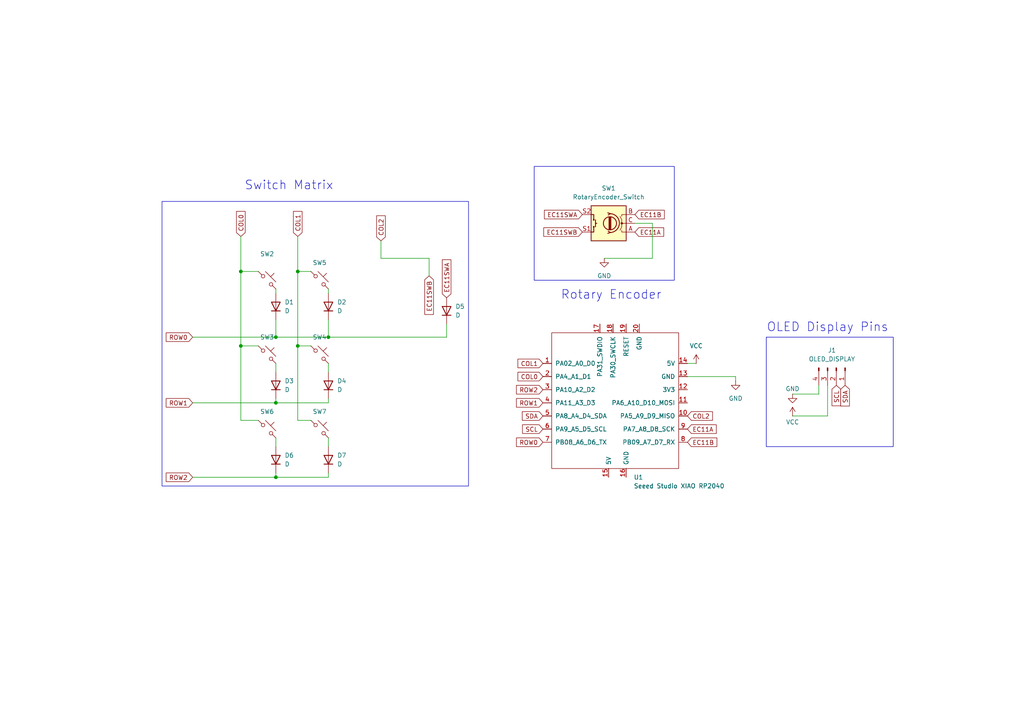
<source format=kicad_sch>
(kicad_sch
	(version 20231120)
	(generator "eeschema")
	(generator_version "8.0")
	(uuid "7995ec7a-c14b-437e-b354-3eb74052b7cb")
	(paper "A4")
	(lib_symbols
		(symbol "Connector:Conn_01x04_Pin"
			(pin_names
				(offset 1.016) hide)
			(exclude_from_sim no)
			(in_bom yes)
			(on_board yes)
			(property "Reference" "J"
				(at 0 5.08 0)
				(effects
					(font
						(size 1.27 1.27)
					)
				)
			)
			(property "Value" "Conn_01x04_Pin"
				(at 0 -7.62 0)
				(effects
					(font
						(size 1.27 1.27)
					)
				)
			)
			(property "Footprint" ""
				(at 0 0 0)
				(effects
					(font
						(size 1.27 1.27)
					)
					(hide yes)
				)
			)
			(property "Datasheet" "~"
				(at 0 0 0)
				(effects
					(font
						(size 1.27 1.27)
					)
					(hide yes)
				)
			)
			(property "Description" "Generic connector, single row, 01x04, script generated"
				(at 0 0 0)
				(effects
					(font
						(size 1.27 1.27)
					)
					(hide yes)
				)
			)
			(property "ki_locked" ""
				(at 0 0 0)
				(effects
					(font
						(size 1.27 1.27)
					)
				)
			)
			(property "ki_keywords" "connector"
				(at 0 0 0)
				(effects
					(font
						(size 1.27 1.27)
					)
					(hide yes)
				)
			)
			(property "ki_fp_filters" "Connector*:*_1x??_*"
				(at 0 0 0)
				(effects
					(font
						(size 1.27 1.27)
					)
					(hide yes)
				)
			)
			(symbol "Conn_01x04_Pin_1_1"
				(polyline
					(pts
						(xy 1.27 -5.08) (xy 0.8636 -5.08)
					)
					(stroke
						(width 0.1524)
						(type default)
					)
					(fill
						(type none)
					)
				)
				(polyline
					(pts
						(xy 1.27 -2.54) (xy 0.8636 -2.54)
					)
					(stroke
						(width 0.1524)
						(type default)
					)
					(fill
						(type none)
					)
				)
				(polyline
					(pts
						(xy 1.27 0) (xy 0.8636 0)
					)
					(stroke
						(width 0.1524)
						(type default)
					)
					(fill
						(type none)
					)
				)
				(polyline
					(pts
						(xy 1.27 2.54) (xy 0.8636 2.54)
					)
					(stroke
						(width 0.1524)
						(type default)
					)
					(fill
						(type none)
					)
				)
				(rectangle
					(start 0.8636 -4.953)
					(end 0 -5.207)
					(stroke
						(width 0.1524)
						(type default)
					)
					(fill
						(type outline)
					)
				)
				(rectangle
					(start 0.8636 -2.413)
					(end 0 -2.667)
					(stroke
						(width 0.1524)
						(type default)
					)
					(fill
						(type outline)
					)
				)
				(rectangle
					(start 0.8636 0.127)
					(end 0 -0.127)
					(stroke
						(width 0.1524)
						(type default)
					)
					(fill
						(type outline)
					)
				)
				(rectangle
					(start 0.8636 2.667)
					(end 0 2.413)
					(stroke
						(width 0.1524)
						(type default)
					)
					(fill
						(type outline)
					)
				)
				(pin passive line
					(at 5.08 2.54 180)
					(length 3.81)
					(name "Pin_1"
						(effects
							(font
								(size 1.27 1.27)
							)
						)
					)
					(number "1"
						(effects
							(font
								(size 1.27 1.27)
							)
						)
					)
				)
				(pin passive line
					(at 5.08 0 180)
					(length 3.81)
					(name "Pin_2"
						(effects
							(font
								(size 1.27 1.27)
							)
						)
					)
					(number "2"
						(effects
							(font
								(size 1.27 1.27)
							)
						)
					)
				)
				(pin passive line
					(at 5.08 -2.54 180)
					(length 3.81)
					(name "Pin_3"
						(effects
							(font
								(size 1.27 1.27)
							)
						)
					)
					(number "3"
						(effects
							(font
								(size 1.27 1.27)
							)
						)
					)
				)
				(pin passive line
					(at 5.08 -5.08 180)
					(length 3.81)
					(name "Pin_4"
						(effects
							(font
								(size 1.27 1.27)
							)
						)
					)
					(number "4"
						(effects
							(font
								(size 1.27 1.27)
							)
						)
					)
				)
			)
		)
		(symbol "Device:D"
			(pin_numbers hide)
			(pin_names
				(offset 1.016) hide)
			(exclude_from_sim no)
			(in_bom yes)
			(on_board yes)
			(property "Reference" "D"
				(at 0 2.54 0)
				(effects
					(font
						(size 1.27 1.27)
					)
				)
			)
			(property "Value" "D"
				(at 0 -2.54 0)
				(effects
					(font
						(size 1.27 1.27)
					)
				)
			)
			(property "Footprint" ""
				(at 0 0 0)
				(effects
					(font
						(size 1.27 1.27)
					)
					(hide yes)
				)
			)
			(property "Datasheet" "~"
				(at 0 0 0)
				(effects
					(font
						(size 1.27 1.27)
					)
					(hide yes)
				)
			)
			(property "Description" "Diode"
				(at 0 0 0)
				(effects
					(font
						(size 1.27 1.27)
					)
					(hide yes)
				)
			)
			(property "Sim.Device" "D"
				(at 0 0 0)
				(effects
					(font
						(size 1.27 1.27)
					)
					(hide yes)
				)
			)
			(property "Sim.Pins" "1=K 2=A"
				(at 0 0 0)
				(effects
					(font
						(size 1.27 1.27)
					)
					(hide yes)
				)
			)
			(property "ki_keywords" "diode"
				(at 0 0 0)
				(effects
					(font
						(size 1.27 1.27)
					)
					(hide yes)
				)
			)
			(property "ki_fp_filters" "TO-???* *_Diode_* *SingleDiode* D_*"
				(at 0 0 0)
				(effects
					(font
						(size 1.27 1.27)
					)
					(hide yes)
				)
			)
			(symbol "D_0_1"
				(polyline
					(pts
						(xy -1.27 1.27) (xy -1.27 -1.27)
					)
					(stroke
						(width 0.254)
						(type default)
					)
					(fill
						(type none)
					)
				)
				(polyline
					(pts
						(xy 1.27 0) (xy -1.27 0)
					)
					(stroke
						(width 0)
						(type default)
					)
					(fill
						(type none)
					)
				)
				(polyline
					(pts
						(xy 1.27 1.27) (xy 1.27 -1.27) (xy -1.27 0) (xy 1.27 1.27)
					)
					(stroke
						(width 0.254)
						(type default)
					)
					(fill
						(type none)
					)
				)
			)
			(symbol "D_1_1"
				(pin passive line
					(at -3.81 0 0)
					(length 2.54)
					(name "K"
						(effects
							(font
								(size 1.27 1.27)
							)
						)
					)
					(number "1"
						(effects
							(font
								(size 1.27 1.27)
							)
						)
					)
				)
				(pin passive line
					(at 3.81 0 180)
					(length 2.54)
					(name "A"
						(effects
							(font
								(size 1.27 1.27)
							)
						)
					)
					(number "2"
						(effects
							(font
								(size 1.27 1.27)
							)
						)
					)
				)
			)
		)
		(symbol "Device:RotaryEncoder_Switch"
			(pin_names
				(offset 0.254) hide)
			(exclude_from_sim no)
			(in_bom yes)
			(on_board yes)
			(property "Reference" "SW"
				(at 0 6.604 0)
				(effects
					(font
						(size 1.27 1.27)
					)
				)
			)
			(property "Value" "RotaryEncoder_Switch"
				(at 0 -6.604 0)
				(effects
					(font
						(size 1.27 1.27)
					)
				)
			)
			(property "Footprint" ""
				(at -3.81 4.064 0)
				(effects
					(font
						(size 1.27 1.27)
					)
					(hide yes)
				)
			)
			(property "Datasheet" "~"
				(at 0 6.604 0)
				(effects
					(font
						(size 1.27 1.27)
					)
					(hide yes)
				)
			)
			(property "Description" "Rotary encoder, dual channel, incremental quadrate outputs, with switch"
				(at 0 0 0)
				(effects
					(font
						(size 1.27 1.27)
					)
					(hide yes)
				)
			)
			(property "ki_keywords" "rotary switch encoder switch push button"
				(at 0 0 0)
				(effects
					(font
						(size 1.27 1.27)
					)
					(hide yes)
				)
			)
			(property "ki_fp_filters" "RotaryEncoder*Switch*"
				(at 0 0 0)
				(effects
					(font
						(size 1.27 1.27)
					)
					(hide yes)
				)
			)
			(symbol "RotaryEncoder_Switch_0_1"
				(rectangle
					(start -5.08 5.08)
					(end 5.08 -5.08)
					(stroke
						(width 0.254)
						(type default)
					)
					(fill
						(type background)
					)
				)
				(circle
					(center -3.81 0)
					(radius 0.254)
					(stroke
						(width 0)
						(type default)
					)
					(fill
						(type outline)
					)
				)
				(circle
					(center -0.381 0)
					(radius 1.905)
					(stroke
						(width 0.254)
						(type default)
					)
					(fill
						(type none)
					)
				)
				(arc
					(start -0.381 2.667)
					(mid -3.0988 -0.0635)
					(end -0.381 -2.794)
					(stroke
						(width 0.254)
						(type default)
					)
					(fill
						(type none)
					)
				)
				(polyline
					(pts
						(xy -0.635 -1.778) (xy -0.635 1.778)
					)
					(stroke
						(width 0.254)
						(type default)
					)
					(fill
						(type none)
					)
				)
				(polyline
					(pts
						(xy -0.381 -1.778) (xy -0.381 1.778)
					)
					(stroke
						(width 0.254)
						(type default)
					)
					(fill
						(type none)
					)
				)
				(polyline
					(pts
						(xy -0.127 1.778) (xy -0.127 -1.778)
					)
					(stroke
						(width 0.254)
						(type default)
					)
					(fill
						(type none)
					)
				)
				(polyline
					(pts
						(xy 3.81 0) (xy 3.429 0)
					)
					(stroke
						(width 0.254)
						(type default)
					)
					(fill
						(type none)
					)
				)
				(polyline
					(pts
						(xy 3.81 1.016) (xy 3.81 -1.016)
					)
					(stroke
						(width 0.254)
						(type default)
					)
					(fill
						(type none)
					)
				)
				(polyline
					(pts
						(xy -5.08 -2.54) (xy -3.81 -2.54) (xy -3.81 -2.032)
					)
					(stroke
						(width 0)
						(type default)
					)
					(fill
						(type none)
					)
				)
				(polyline
					(pts
						(xy -5.08 2.54) (xy -3.81 2.54) (xy -3.81 2.032)
					)
					(stroke
						(width 0)
						(type default)
					)
					(fill
						(type none)
					)
				)
				(polyline
					(pts
						(xy 0.254 -3.048) (xy -0.508 -2.794) (xy 0.127 -2.413)
					)
					(stroke
						(width 0.254)
						(type default)
					)
					(fill
						(type none)
					)
				)
				(polyline
					(pts
						(xy 0.254 2.921) (xy -0.508 2.667) (xy 0.127 2.286)
					)
					(stroke
						(width 0.254)
						(type default)
					)
					(fill
						(type none)
					)
				)
				(polyline
					(pts
						(xy 5.08 -2.54) (xy 4.318 -2.54) (xy 4.318 -1.016)
					)
					(stroke
						(width 0.254)
						(type default)
					)
					(fill
						(type none)
					)
				)
				(polyline
					(pts
						(xy 5.08 2.54) (xy 4.318 2.54) (xy 4.318 1.016)
					)
					(stroke
						(width 0.254)
						(type default)
					)
					(fill
						(type none)
					)
				)
				(polyline
					(pts
						(xy -5.08 0) (xy -3.81 0) (xy -3.81 -1.016) (xy -3.302 -2.032)
					)
					(stroke
						(width 0)
						(type default)
					)
					(fill
						(type none)
					)
				)
				(polyline
					(pts
						(xy -4.318 0) (xy -3.81 0) (xy -3.81 1.016) (xy -3.302 2.032)
					)
					(stroke
						(width 0)
						(type default)
					)
					(fill
						(type none)
					)
				)
				(circle
					(center 4.318 -1.016)
					(radius 0.127)
					(stroke
						(width 0.254)
						(type default)
					)
					(fill
						(type none)
					)
				)
				(circle
					(center 4.318 1.016)
					(radius 0.127)
					(stroke
						(width 0.254)
						(type default)
					)
					(fill
						(type none)
					)
				)
			)
			(symbol "RotaryEncoder_Switch_1_1"
				(pin passive line
					(at -7.62 2.54 0)
					(length 2.54)
					(name "A"
						(effects
							(font
								(size 1.27 1.27)
							)
						)
					)
					(number "A"
						(effects
							(font
								(size 1.27 1.27)
							)
						)
					)
				)
				(pin passive line
					(at -7.62 -2.54 0)
					(length 2.54)
					(name "B"
						(effects
							(font
								(size 1.27 1.27)
							)
						)
					)
					(number "B"
						(effects
							(font
								(size 1.27 1.27)
							)
						)
					)
				)
				(pin passive line
					(at -7.62 0 0)
					(length 2.54)
					(name "C"
						(effects
							(font
								(size 1.27 1.27)
							)
						)
					)
					(number "C"
						(effects
							(font
								(size 1.27 1.27)
							)
						)
					)
				)
				(pin passive line
					(at 7.62 2.54 180)
					(length 2.54)
					(name "S1"
						(effects
							(font
								(size 1.27 1.27)
							)
						)
					)
					(number "S1"
						(effects
							(font
								(size 1.27 1.27)
							)
						)
					)
				)
				(pin passive line
					(at 7.62 -2.54 180)
					(length 2.54)
					(name "S2"
						(effects
							(font
								(size 1.27 1.27)
							)
						)
					)
					(number "S2"
						(effects
							(font
								(size 1.27 1.27)
							)
						)
					)
				)
			)
		)
		(symbol "Seeed_Studio_XIAO_Series:Seeed Studio XIAO SAMD21"
			(pin_names
				(offset 1.016)
			)
			(exclude_from_sim no)
			(in_bom yes)
			(on_board yes)
			(property "Reference" "U"
				(at -19.05 22.86 0)
				(effects
					(font
						(size 1.27 1.27)
					)
				)
			)
			(property "Value" "Seeed Studio XIAO SAMD21"
				(at -12.7 21.59 0)
				(effects
					(font
						(size 1.27 1.27)
					)
				)
			)
			(property "Footprint" ""
				(at -8.89 5.08 0)
				(effects
					(font
						(size 1.27 1.27)
					)
					(hide yes)
				)
			)
			(property "Datasheet" ""
				(at -8.89 5.08 0)
				(effects
					(font
						(size 1.27 1.27)
					)
					(hide yes)
				)
			)
			(property "Description" ""
				(at 0 0 0)
				(effects
					(font
						(size 1.27 1.27)
					)
					(hide yes)
				)
			)
			(symbol "Seeed Studio XIAO SAMD21_0_1"
				(rectangle
					(start -19.05 20.32)
					(end 17.78 -19.05)
					(stroke
						(width 0)
						(type default)
					)
					(fill
						(type none)
					)
				)
			)
			(symbol "Seeed Studio XIAO SAMD21_1_1"
				(pin unspecified line
					(at -21.59 11.43 0)
					(length 2.54)
					(name "PA02_A0_D0"
						(effects
							(font
								(size 1.27 1.27)
							)
						)
					)
					(number "1"
						(effects
							(font
								(size 1.27 1.27)
							)
						)
					)
				)
				(pin unspecified line
					(at 20.32 -3.81 180)
					(length 2.54)
					(name "PA5_A9_D9_MISO"
						(effects
							(font
								(size 1.27 1.27)
							)
						)
					)
					(number "10"
						(effects
							(font
								(size 1.27 1.27)
							)
						)
					)
				)
				(pin unspecified line
					(at 20.32 0 180)
					(length 2.54)
					(name "PA6_A10_D10_MOSI"
						(effects
							(font
								(size 1.27 1.27)
							)
						)
					)
					(number "11"
						(effects
							(font
								(size 1.27 1.27)
							)
						)
					)
				)
				(pin unspecified line
					(at 20.32 3.81 180)
					(length 2.54)
					(name "3V3"
						(effects
							(font
								(size 1.27 1.27)
							)
						)
					)
					(number "12"
						(effects
							(font
								(size 1.27 1.27)
							)
						)
					)
				)
				(pin unspecified line
					(at 20.32 7.62 180)
					(length 2.54)
					(name "GND"
						(effects
							(font
								(size 1.27 1.27)
							)
						)
					)
					(number "13"
						(effects
							(font
								(size 1.27 1.27)
							)
						)
					)
				)
				(pin unspecified line
					(at 20.32 11.43 180)
					(length 2.54)
					(name "5V"
						(effects
							(font
								(size 1.27 1.27)
							)
						)
					)
					(number "14"
						(effects
							(font
								(size 1.27 1.27)
							)
						)
					)
				)
				(pin input line
					(at -2.54 -21.59 90)
					(length 2.54)
					(name "5V"
						(effects
							(font
								(size 1.27 1.27)
							)
						)
					)
					(number "15"
						(effects
							(font
								(size 1.27 1.27)
							)
						)
					)
				)
				(pin input line
					(at 2.54 -21.59 90)
					(length 2.54)
					(name "GND"
						(effects
							(font
								(size 1.27 1.27)
							)
						)
					)
					(number "16"
						(effects
							(font
								(size 1.27 1.27)
							)
						)
					)
				)
				(pin input line
					(at -5.08 22.86 270)
					(length 2.54)
					(name "PA31_SWDIO"
						(effects
							(font
								(size 1.27 1.27)
							)
						)
					)
					(number "17"
						(effects
							(font
								(size 1.27 1.27)
							)
						)
					)
				)
				(pin input line
					(at -1.27 22.86 270)
					(length 2.54)
					(name "PA30_SWCLK"
						(effects
							(font
								(size 1.27 1.27)
							)
						)
					)
					(number "18"
						(effects
							(font
								(size 1.27 1.27)
							)
						)
					)
				)
				(pin input line
					(at 2.54 22.86 270)
					(length 2.54)
					(name "RESET"
						(effects
							(font
								(size 1.27 1.27)
							)
						)
					)
					(number "19"
						(effects
							(font
								(size 1.27 1.27)
							)
						)
					)
				)
				(pin unspecified line
					(at -21.59 7.62 0)
					(length 2.54)
					(name "PA4_A1_D1"
						(effects
							(font
								(size 1.27 1.27)
							)
						)
					)
					(number "2"
						(effects
							(font
								(size 1.27 1.27)
							)
						)
					)
				)
				(pin input line
					(at 6.35 22.86 270)
					(length 2.54)
					(name "GND"
						(effects
							(font
								(size 1.27 1.27)
							)
						)
					)
					(number "20"
						(effects
							(font
								(size 1.27 1.27)
							)
						)
					)
				)
				(pin unspecified line
					(at -21.59 3.81 0)
					(length 2.54)
					(name "PA10_A2_D2"
						(effects
							(font
								(size 1.27 1.27)
							)
						)
					)
					(number "3"
						(effects
							(font
								(size 1.27 1.27)
							)
						)
					)
				)
				(pin unspecified line
					(at -21.59 0 0)
					(length 2.54)
					(name "PA11_A3_D3"
						(effects
							(font
								(size 1.27 1.27)
							)
						)
					)
					(number "4"
						(effects
							(font
								(size 1.27 1.27)
							)
						)
					)
				)
				(pin unspecified line
					(at -21.59 -3.81 0)
					(length 2.54)
					(name "PA8_A4_D4_SDA"
						(effects
							(font
								(size 1.27 1.27)
							)
						)
					)
					(number "5"
						(effects
							(font
								(size 1.27 1.27)
							)
						)
					)
				)
				(pin unspecified line
					(at -21.59 -7.62 0)
					(length 2.54)
					(name "PA9_A5_D5_SCL"
						(effects
							(font
								(size 1.27 1.27)
							)
						)
					)
					(number "6"
						(effects
							(font
								(size 1.27 1.27)
							)
						)
					)
				)
				(pin unspecified line
					(at -21.59 -11.43 0)
					(length 2.54)
					(name "PB08_A6_D6_TX"
						(effects
							(font
								(size 1.27 1.27)
							)
						)
					)
					(number "7"
						(effects
							(font
								(size 1.27 1.27)
							)
						)
					)
				)
				(pin unspecified line
					(at 20.32 -11.43 180)
					(length 2.54)
					(name "PB09_A7_D7_RX"
						(effects
							(font
								(size 1.27 1.27)
							)
						)
					)
					(number "8"
						(effects
							(font
								(size 1.27 1.27)
							)
						)
					)
				)
				(pin unspecified line
					(at 20.32 -7.62 180)
					(length 2.54)
					(name "PA7_A8_D8_SCK"
						(effects
							(font
								(size 1.27 1.27)
							)
						)
					)
					(number "9"
						(effects
							(font
								(size 1.27 1.27)
							)
						)
					)
				)
			)
		)
		(symbol "Switch:SW_Push_45deg"
			(pin_numbers hide)
			(pin_names
				(offset 1.016) hide)
			(exclude_from_sim no)
			(in_bom yes)
			(on_board yes)
			(property "Reference" "SW"
				(at 3.048 1.016 0)
				(effects
					(font
						(size 1.27 1.27)
					)
					(justify left)
				)
			)
			(property "Value" "SW_Push_45deg"
				(at 0 -3.81 0)
				(effects
					(font
						(size 1.27 1.27)
					)
				)
			)
			(property "Footprint" ""
				(at 0 0 0)
				(effects
					(font
						(size 1.27 1.27)
					)
					(hide yes)
				)
			)
			(property "Datasheet" "~"
				(at 0 0 0)
				(effects
					(font
						(size 1.27 1.27)
					)
					(hide yes)
				)
			)
			(property "Description" "Push button switch, normally open, two pins, 45° tilted"
				(at 0 0 0)
				(effects
					(font
						(size 1.27 1.27)
					)
					(hide yes)
				)
			)
			(property "ki_keywords" "switch normally-open pushbutton push-button"
				(at 0 0 0)
				(effects
					(font
						(size 1.27 1.27)
					)
					(hide yes)
				)
			)
			(symbol "SW_Push_45deg_0_1"
				(circle
					(center -1.1684 1.1684)
					(radius 0.508)
					(stroke
						(width 0)
						(type default)
					)
					(fill
						(type none)
					)
				)
				(polyline
					(pts
						(xy -0.508 2.54) (xy 2.54 -0.508)
					)
					(stroke
						(width 0)
						(type default)
					)
					(fill
						(type none)
					)
				)
				(polyline
					(pts
						(xy 1.016 1.016) (xy 2.032 2.032)
					)
					(stroke
						(width 0)
						(type default)
					)
					(fill
						(type none)
					)
				)
				(polyline
					(pts
						(xy -2.54 2.54) (xy -1.524 1.524) (xy -1.524 1.524)
					)
					(stroke
						(width 0)
						(type default)
					)
					(fill
						(type none)
					)
				)
				(polyline
					(pts
						(xy 1.524 -1.524) (xy 2.54 -2.54) (xy 2.54 -2.54) (xy 2.54 -2.54)
					)
					(stroke
						(width 0)
						(type default)
					)
					(fill
						(type none)
					)
				)
				(circle
					(center 1.143 -1.1938)
					(radius 0.508)
					(stroke
						(width 0)
						(type default)
					)
					(fill
						(type none)
					)
				)
				(pin passive line
					(at -2.54 2.54 0)
					(length 0)
					(name "1"
						(effects
							(font
								(size 1.27 1.27)
							)
						)
					)
					(number "1"
						(effects
							(font
								(size 1.27 1.27)
							)
						)
					)
				)
				(pin passive line
					(at 2.54 -2.54 180)
					(length 0)
					(name "2"
						(effects
							(font
								(size 1.27 1.27)
							)
						)
					)
					(number "2"
						(effects
							(font
								(size 1.27 1.27)
							)
						)
					)
				)
			)
		)
		(symbol "power:GND"
			(power)
			(pin_numbers hide)
			(pin_names
				(offset 0) hide)
			(exclude_from_sim no)
			(in_bom yes)
			(on_board yes)
			(property "Reference" "#PWR"
				(at 0 -6.35 0)
				(effects
					(font
						(size 1.27 1.27)
					)
					(hide yes)
				)
			)
			(property "Value" "GND"
				(at 0 -3.81 0)
				(effects
					(font
						(size 1.27 1.27)
					)
				)
			)
			(property "Footprint" ""
				(at 0 0 0)
				(effects
					(font
						(size 1.27 1.27)
					)
					(hide yes)
				)
			)
			(property "Datasheet" ""
				(at 0 0 0)
				(effects
					(font
						(size 1.27 1.27)
					)
					(hide yes)
				)
			)
			(property "Description" "Power symbol creates a global label with name \"GND\" , ground"
				(at 0 0 0)
				(effects
					(font
						(size 1.27 1.27)
					)
					(hide yes)
				)
			)
			(property "ki_keywords" "global power"
				(at 0 0 0)
				(effects
					(font
						(size 1.27 1.27)
					)
					(hide yes)
				)
			)
			(symbol "GND_0_1"
				(polyline
					(pts
						(xy 0 0) (xy 0 -1.27) (xy 1.27 -1.27) (xy 0 -2.54) (xy -1.27 -1.27) (xy 0 -1.27)
					)
					(stroke
						(width 0)
						(type default)
					)
					(fill
						(type none)
					)
				)
			)
			(symbol "GND_1_1"
				(pin power_in line
					(at 0 0 270)
					(length 0)
					(name "~"
						(effects
							(font
								(size 1.27 1.27)
							)
						)
					)
					(number "1"
						(effects
							(font
								(size 1.27 1.27)
							)
						)
					)
				)
			)
		)
		(symbol "power:VCC"
			(power)
			(pin_numbers hide)
			(pin_names
				(offset 0) hide)
			(exclude_from_sim no)
			(in_bom yes)
			(on_board yes)
			(property "Reference" "#PWR"
				(at 0 -3.81 0)
				(effects
					(font
						(size 1.27 1.27)
					)
					(hide yes)
				)
			)
			(property "Value" "VCC"
				(at 0 3.556 0)
				(effects
					(font
						(size 1.27 1.27)
					)
				)
			)
			(property "Footprint" ""
				(at 0 0 0)
				(effects
					(font
						(size 1.27 1.27)
					)
					(hide yes)
				)
			)
			(property "Datasheet" ""
				(at 0 0 0)
				(effects
					(font
						(size 1.27 1.27)
					)
					(hide yes)
				)
			)
			(property "Description" "Power symbol creates a global label with name \"VCC\""
				(at 0 0 0)
				(effects
					(font
						(size 1.27 1.27)
					)
					(hide yes)
				)
			)
			(property "ki_keywords" "global power"
				(at 0 0 0)
				(effects
					(font
						(size 1.27 1.27)
					)
					(hide yes)
				)
			)
			(symbol "VCC_0_1"
				(polyline
					(pts
						(xy -0.762 1.27) (xy 0 2.54)
					)
					(stroke
						(width 0)
						(type default)
					)
					(fill
						(type none)
					)
				)
				(polyline
					(pts
						(xy 0 0) (xy 0 2.54)
					)
					(stroke
						(width 0)
						(type default)
					)
					(fill
						(type none)
					)
				)
				(polyline
					(pts
						(xy 0 2.54) (xy 0.762 1.27)
					)
					(stroke
						(width 0)
						(type default)
					)
					(fill
						(type none)
					)
				)
			)
			(symbol "VCC_1_1"
				(pin power_in line
					(at 0 0 90)
					(length 0)
					(name "~"
						(effects
							(font
								(size 1.27 1.27)
							)
						)
					)
					(number "1"
						(effects
							(font
								(size 1.27 1.27)
							)
						)
					)
				)
			)
		)
	)
	(junction
		(at 80.01 97.79)
		(diameter 0)
		(color 0 0 0 0)
		(uuid "173a690b-3210-4656-8441-546f6d4b4334")
	)
	(junction
		(at 80.01 116.84)
		(diameter 0)
		(color 0 0 0 0)
		(uuid "48947ffd-7b89-458d-aa80-3473ee69a73f")
	)
	(junction
		(at 95.25 97.79)
		(diameter 0)
		(color 0 0 0 0)
		(uuid "51c7bdfe-7d50-4902-87fc-df6e0408f0d5")
	)
	(junction
		(at 80.01 138.43)
		(diameter 0)
		(color 0 0 0 0)
		(uuid "5bd1b4f9-b811-4c7c-bd38-50994455eb47")
	)
	(junction
		(at 69.85 100.33)
		(diameter 0)
		(color 0 0 0 0)
		(uuid "5e19df4e-9a8a-481d-8480-dcd7e889bd82")
	)
	(junction
		(at 86.36 100.33)
		(diameter 0)
		(color 0 0 0 0)
		(uuid "98d80c1a-c896-407d-9f0e-ff5d18fcf20b")
	)
	(junction
		(at 86.36 78.74)
		(diameter 0)
		(color 0 0 0 0)
		(uuid "a0827974-afdb-49b6-97c7-29c53811c96c")
	)
	(junction
		(at 69.85 78.74)
		(diameter 0)
		(color 0 0 0 0)
		(uuid "a408649e-970e-4e42-b1c2-5dcebf90a513")
	)
	(wire
		(pts
			(xy 229.87 120.65) (xy 240.03 120.65)
		)
		(stroke
			(width 0)
			(type default)
		)
		(uuid "04645bbf-6cbd-4a02-a078-77983fd3ff37")
	)
	(wire
		(pts
			(xy 95.25 105.41) (xy 95.25 107.95)
		)
		(stroke
			(width 0)
			(type default)
		)
		(uuid "09a85c9d-c7d6-48a8-98c9-0e5d310babaf")
	)
	(wire
		(pts
			(xy 69.85 100.33) (xy 69.85 121.92)
		)
		(stroke
			(width 0)
			(type default)
		)
		(uuid "0e0ce0ec-e55a-4298-aef6-5b7f99719ff7")
	)
	(wire
		(pts
			(xy 86.36 121.92) (xy 90.17 121.92)
		)
		(stroke
			(width 0)
			(type default)
		)
		(uuid "0f894119-33bb-4f22-9633-69daab11a083")
	)
	(wire
		(pts
			(xy 237.49 114.3) (xy 237.49 111.76)
		)
		(stroke
			(width 0)
			(type default)
		)
		(uuid "13e25769-93f2-42c4-be90-f4ffc0e25e96")
	)
	(wire
		(pts
			(xy 80.01 97.79) (xy 95.25 97.79)
		)
		(stroke
			(width 0)
			(type default)
		)
		(uuid "190df610-28e2-4639-8e89-b8079e4f1522")
	)
	(wire
		(pts
			(xy 80.01 129.54) (xy 80.01 127)
		)
		(stroke
			(width 0)
			(type default)
		)
		(uuid "1d502337-553b-4e9e-8cd6-63fcd270a7c0")
	)
	(wire
		(pts
			(xy 69.85 78.74) (xy 69.85 100.33)
		)
		(stroke
			(width 0)
			(type default)
		)
		(uuid "2007312d-8103-4a3f-8d0c-86af3d813d08")
	)
	(wire
		(pts
			(xy 110.49 69.85) (xy 110.49 74.93)
		)
		(stroke
			(width 0)
			(type default)
		)
		(uuid "2082719a-0b2d-4139-abc2-0d8e632c3d09")
	)
	(wire
		(pts
			(xy 80.01 116.84) (xy 95.25 116.84)
		)
		(stroke
			(width 0)
			(type default)
		)
		(uuid "281dbfff-ace6-4a96-acb3-5458ded7df53")
	)
	(wire
		(pts
			(xy 80.01 138.43) (xy 95.25 138.43)
		)
		(stroke
			(width 0)
			(type default)
		)
		(uuid "2849091d-f07d-47c2-9979-40616e1a731e")
	)
	(wire
		(pts
			(xy 80.01 115.57) (xy 80.01 116.84)
		)
		(stroke
			(width 0)
			(type default)
		)
		(uuid "2b924d2f-9bdc-4f14-a6ed-9edee8fc1eb7")
	)
	(wire
		(pts
			(xy 229.87 114.3) (xy 237.49 114.3)
		)
		(stroke
			(width 0)
			(type default)
		)
		(uuid "3947a5e2-6d75-4174-a994-8da27e1525d6")
	)
	(wire
		(pts
			(xy 240.03 120.65) (xy 240.03 111.76)
		)
		(stroke
			(width 0)
			(type default)
		)
		(uuid "394f17be-7acf-4d28-971c-ed4c534ea352")
	)
	(wire
		(pts
			(xy 175.26 74.93) (xy 189.23 74.93)
		)
		(stroke
			(width 0)
			(type default)
		)
		(uuid "44ece4b9-795d-4ebc-93df-c8828a4449a0")
	)
	(wire
		(pts
			(xy 80.01 92.71) (xy 80.01 97.79)
		)
		(stroke
			(width 0)
			(type default)
		)
		(uuid "4dec9344-a83a-4221-a6fa-a0f3d4e45d45")
	)
	(wire
		(pts
			(xy 129.54 97.79) (xy 95.25 97.79)
		)
		(stroke
			(width 0)
			(type default)
		)
		(uuid "5846b02f-dd83-43d6-a94b-85d6265aaf70")
	)
	(wire
		(pts
			(xy 80.01 137.16) (xy 80.01 138.43)
		)
		(stroke
			(width 0)
			(type default)
		)
		(uuid "592ef894-1550-4a55-8599-f3497bb4ebbf")
	)
	(wire
		(pts
			(xy 129.54 93.98) (xy 129.54 97.79)
		)
		(stroke
			(width 0)
			(type default)
		)
		(uuid "59e6dbac-d85d-4291-b9c4-ebd1c85e1c1d")
	)
	(wire
		(pts
			(xy 80.01 85.09) (xy 80.01 83.82)
		)
		(stroke
			(width 0)
			(type default)
		)
		(uuid "699e436d-b96c-4560-8fff-2c5304bee93e")
	)
	(wire
		(pts
			(xy 69.85 121.92) (xy 74.93 121.92)
		)
		(stroke
			(width 0)
			(type default)
		)
		(uuid "69fb4f39-83b4-454b-bf77-8d141fb78193")
	)
	(wire
		(pts
			(xy 110.49 74.93) (xy 124.46 74.93)
		)
		(stroke
			(width 0)
			(type default)
		)
		(uuid "7723d57f-7e3a-48e1-9b56-bd6ecf14172c")
	)
	(wire
		(pts
			(xy 86.36 78.74) (xy 90.17 78.74)
		)
		(stroke
			(width 0)
			(type default)
		)
		(uuid "83342417-303d-4182-bbad-6e37aebdbae2")
	)
	(wire
		(pts
			(xy 86.36 78.74) (xy 86.36 68.58)
		)
		(stroke
			(width 0)
			(type default)
		)
		(uuid "8797094d-0e19-4df9-b8f8-28dcf4a94acf")
	)
	(wire
		(pts
			(xy 86.36 100.33) (xy 90.17 100.33)
		)
		(stroke
			(width 0)
			(type default)
		)
		(uuid "88bfb973-b771-4238-a050-093f29ffba4b")
	)
	(wire
		(pts
			(xy 86.36 78.74) (xy 86.36 100.33)
		)
		(stroke
			(width 0)
			(type default)
		)
		(uuid "8a484478-efcc-4efe-8da4-1ea751d1066b")
	)
	(wire
		(pts
			(xy 199.39 105.41) (xy 201.93 105.41)
		)
		(stroke
			(width 0)
			(type default)
		)
		(uuid "af6065b3-a5f4-4b5c-a4c3-f28ef2c38ab3")
	)
	(wire
		(pts
			(xy 55.88 116.84) (xy 80.01 116.84)
		)
		(stroke
			(width 0)
			(type default)
		)
		(uuid "b56514fb-8a3b-4174-816e-207f34f9894b")
	)
	(wire
		(pts
			(xy 189.23 64.77) (xy 189.23 74.93)
		)
		(stroke
			(width 0)
			(type default)
		)
		(uuid "b9c4ea15-2bed-4ed5-98b6-333c2aa5da4c")
	)
	(wire
		(pts
			(xy 95.25 116.84) (xy 95.25 115.57)
		)
		(stroke
			(width 0)
			(type default)
		)
		(uuid "c3fe4e43-9665-4549-b25c-572108d0fb23")
	)
	(wire
		(pts
			(xy 69.85 68.58) (xy 69.85 78.74)
		)
		(stroke
			(width 0)
			(type default)
		)
		(uuid "c6ace9b0-6c93-4563-bd96-3a8eaaad3bba")
	)
	(wire
		(pts
			(xy 86.36 100.33) (xy 86.36 121.92)
		)
		(stroke
			(width 0)
			(type default)
		)
		(uuid "c81b7472-df0e-4769-aff0-b2a66a23104a")
	)
	(wire
		(pts
			(xy 55.88 97.79) (xy 80.01 97.79)
		)
		(stroke
			(width 0)
			(type default)
		)
		(uuid "ce034b89-f30d-4ea0-ab56-1ab65ddd23bd")
	)
	(wire
		(pts
			(xy 95.25 92.71) (xy 95.25 97.79)
		)
		(stroke
			(width 0)
			(type default)
		)
		(uuid "d87832f6-f1c5-4653-8e03-c10d6573673e")
	)
	(wire
		(pts
			(xy 69.85 100.33) (xy 74.93 100.33)
		)
		(stroke
			(width 0)
			(type default)
		)
		(uuid "d9cb31e4-8b34-47e1-ab13-8c7eabb6b089")
	)
	(wire
		(pts
			(xy 124.46 74.93) (xy 124.46 80.01)
		)
		(stroke
			(width 0)
			(type default)
		)
		(uuid "da4989b8-2326-451c-b59a-7ac9d5de82bd")
	)
	(wire
		(pts
			(xy 95.25 138.43) (xy 95.25 137.16)
		)
		(stroke
			(width 0)
			(type default)
		)
		(uuid "da62a14e-d4f9-48b5-9f24-548cb27db11d")
	)
	(wire
		(pts
			(xy 189.23 64.77) (xy 184.15 64.77)
		)
		(stroke
			(width 0)
			(type default)
		)
		(uuid "dca4f4de-6d77-4937-b1fa-0cd21b094716")
	)
	(wire
		(pts
			(xy 95.25 127) (xy 95.25 129.54)
		)
		(stroke
			(width 0)
			(type default)
		)
		(uuid "dd79652a-74fd-4d07-99bf-d9e2b1c86a86")
	)
	(wire
		(pts
			(xy 213.36 110.49) (xy 213.36 109.22)
		)
		(stroke
			(width 0)
			(type default)
		)
		(uuid "df01fcef-5303-418c-9bba-6b7dcf36ab16")
	)
	(wire
		(pts
			(xy 55.88 138.43) (xy 80.01 138.43)
		)
		(stroke
			(width 0)
			(type default)
		)
		(uuid "e31f7834-20e5-444a-b913-2088b6d2905b")
	)
	(wire
		(pts
			(xy 80.01 107.95) (xy 80.01 105.41)
		)
		(stroke
			(width 0)
			(type default)
		)
		(uuid "eff4b2e9-aa3f-43c7-a26f-0118885a3eff")
	)
	(wire
		(pts
			(xy 69.85 78.74) (xy 74.93 78.74)
		)
		(stroke
			(width 0)
			(type default)
		)
		(uuid "f9a2e48c-deb5-4100-96f3-2691ee7b34db")
	)
	(wire
		(pts
			(xy 213.36 109.22) (xy 199.39 109.22)
		)
		(stroke
			(width 0)
			(type default)
		)
		(uuid "fac117b7-9c99-4a80-bedf-5e7f181c0ea3")
	)
	(wire
		(pts
			(xy 95.25 83.82) (xy 95.25 85.09)
		)
		(stroke
			(width 0)
			(type default)
		)
		(uuid "fd3313ae-c2d2-4651-b5a1-b0e22385fe04")
	)
	(rectangle
		(start 222.25 97.79)
		(end 259.08 129.54)
		(stroke
			(width 0)
			(type default)
		)
		(fill
			(type none)
		)
		(uuid 1b7b92a5-9632-40d4-a44d-48c60cd8f796)
	)
	(rectangle
		(start 154.94 48.26)
		(end 195.58 81.28)
		(stroke
			(width 0)
			(type default)
		)
		(fill
			(type none)
		)
		(uuid 3feec5df-d1b6-483b-9dfd-598585deaf78)
	)
	(rectangle
		(start 46.99 58.42)
		(end 135.89 140.97)
		(stroke
			(width 0)
			(type default)
		)
		(fill
			(type none)
		)
		(uuid f4d13b44-d075-456f-9a95-803058985c92)
	)
	(text "Switch Matrix\n"
		(exclude_from_sim no)
		(at 83.82 53.848 0)
		(effects
			(font
				(size 2.54 2.54)
			)
		)
		(uuid "8010fdf0-5b4b-4ce4-baa3-0b933086f58d")
	)
	(text "Rotary Encoder"
		(exclude_from_sim no)
		(at 177.292 85.598 0)
		(effects
			(font
				(size 2.54 2.54)
			)
		)
		(uuid "952e3625-93bc-4849-b9bd-b7646f45d49d")
	)
	(text "OLED Display Pins"
		(exclude_from_sim no)
		(at 240.03 94.996 0)
		(effects
			(font
				(size 2.54 2.54)
			)
		)
		(uuid "9cfae9bd-44fe-4cbe-a15a-34b1a705fc38")
	)
	(global_label "SDA"
		(shape input)
		(at 157.48 120.65 180)
		(fields_autoplaced yes)
		(effects
			(font
				(size 1.27 1.27)
			)
			(justify right)
		)
		(uuid "037974f6-1116-4532-b875-7aacb99b3e21")
		(property "Intersheetrefs" "${INTERSHEET_REFS}"
			(at 150.9267 120.65 0)
			(effects
				(font
					(size 1.27 1.27)
				)
				(justify right)
				(hide yes)
			)
		)
	)
	(global_label "EC11SWB"
		(shape input)
		(at 168.91 67.31 180)
		(fields_autoplaced yes)
		(effects
			(font
				(size 1.27 1.27)
			)
			(justify right)
		)
		(uuid "0aef20f8-8284-4ff5-8a0e-0c77b2c87cb9")
		(property "Intersheetrefs" "${INTERSHEET_REFS}"
			(at 157.1559 67.31 0)
			(effects
				(font
					(size 1.27 1.27)
				)
				(justify right)
				(hide yes)
			)
		)
	)
	(global_label "COL1"
		(shape input)
		(at 157.48 105.41 180)
		(fields_autoplaced yes)
		(effects
			(font
				(size 1.27 1.27)
			)
			(justify right)
		)
		(uuid "50c1a330-d34d-476f-a5c1-765ccd36f86e")
		(property "Intersheetrefs" "${INTERSHEET_REFS}"
			(at 149.6567 105.41 0)
			(effects
				(font
					(size 1.27 1.27)
				)
				(justify right)
				(hide yes)
			)
		)
	)
	(global_label "EC11A"
		(shape input)
		(at 199.39 124.46 0)
		(fields_autoplaced yes)
		(effects
			(font
				(size 1.27 1.27)
			)
			(justify left)
		)
		(uuid "5ef31947-5862-413c-b4fa-c775b049dd2f")
		(property "Intersheetrefs" "${INTERSHEET_REFS}"
			(at 208.3018 124.46 0)
			(effects
				(font
					(size 1.27 1.27)
				)
				(justify left)
				(hide yes)
			)
		)
	)
	(global_label "SCL"
		(shape input)
		(at 157.48 124.46 180)
		(fields_autoplaced yes)
		(effects
			(font
				(size 1.27 1.27)
			)
			(justify right)
		)
		(uuid "60a86966-a82d-456f-bdc8-93ca2cefbc68")
		(property "Intersheetrefs" "${INTERSHEET_REFS}"
			(at 150.9872 124.46 0)
			(effects
				(font
					(size 1.27 1.27)
				)
				(justify right)
				(hide yes)
			)
		)
	)
	(global_label "ROW1"
		(shape input)
		(at 157.48 116.84 180)
		(fields_autoplaced yes)
		(effects
			(font
				(size 1.27 1.27)
			)
			(justify right)
		)
		(uuid "6594cf53-2609-48cb-82a2-7cb27ca10a56")
		(property "Intersheetrefs" "${INTERSHEET_REFS}"
			(at 149.2334 116.84 0)
			(effects
				(font
					(size 1.27 1.27)
				)
				(justify right)
				(hide yes)
			)
		)
	)
	(global_label "EC11A"
		(shape input)
		(at 184.15 67.31 0)
		(fields_autoplaced yes)
		(effects
			(font
				(size 1.27 1.27)
			)
			(justify left)
		)
		(uuid "70632cb0-5cc2-42b4-8e8f-16a261e7a44d")
		(property "Intersheetrefs" "${INTERSHEET_REFS}"
			(at 193.0618 67.31 0)
			(effects
				(font
					(size 1.27 1.27)
				)
				(justify left)
				(hide yes)
			)
		)
	)
	(global_label "EC11SWA"
		(shape input)
		(at 129.54 86.36 90)
		(fields_autoplaced yes)
		(effects
			(font
				(size 1.27 1.27)
			)
			(justify left)
		)
		(uuid "7c565649-45a6-4de4-8278-eb5f3a826056")
		(property "Intersheetrefs" "${INTERSHEET_REFS}"
			(at 129.54 74.7873 90)
			(effects
				(font
					(size 1.27 1.27)
				)
				(justify left)
				(hide yes)
			)
		)
	)
	(global_label "ROW2"
		(shape input)
		(at 157.48 113.03 180)
		(fields_autoplaced yes)
		(effects
			(font
				(size 1.27 1.27)
			)
			(justify right)
		)
		(uuid "82c20ac9-48ec-476e-926a-aed3903fb35b")
		(property "Intersheetrefs" "${INTERSHEET_REFS}"
			(at 149.2334 113.03 0)
			(effects
				(font
					(size 1.27 1.27)
				)
				(justify right)
				(hide yes)
			)
		)
	)
	(global_label "ROW1"
		(shape input)
		(at 55.88 116.84 180)
		(fields_autoplaced yes)
		(effects
			(font
				(size 1.27 1.27)
			)
			(justify right)
		)
		(uuid "8a36f6f2-e40b-48ba-b764-768d1d24f28b")
		(property "Intersheetrefs" "${INTERSHEET_REFS}"
			(at 47.6334 116.84 0)
			(effects
				(font
					(size 1.27 1.27)
				)
				(justify right)
				(hide yes)
			)
		)
	)
	(global_label "EC11SWB"
		(shape input)
		(at 124.46 80.01 270)
		(fields_autoplaced yes)
		(effects
			(font
				(size 1.27 1.27)
			)
			(justify right)
		)
		(uuid "90ae404c-0169-4cf8-9d3c-1fb08c0c0c76")
		(property "Intersheetrefs" "${INTERSHEET_REFS}"
			(at 124.46 91.7641 90)
			(effects
				(font
					(size 1.27 1.27)
				)
				(justify right)
				(hide yes)
			)
		)
	)
	(global_label "ROW0"
		(shape input)
		(at 55.88 97.79 180)
		(fields_autoplaced yes)
		(effects
			(font
				(size 1.27 1.27)
			)
			(justify right)
		)
		(uuid "91e750fc-e593-489e-9e3b-f10f554faf94")
		(property "Intersheetrefs" "${INTERSHEET_REFS}"
			(at 47.6334 97.79 0)
			(effects
				(font
					(size 1.27 1.27)
				)
				(justify right)
				(hide yes)
			)
		)
	)
	(global_label "SCL"
		(shape input)
		(at 242.57 111.76 270)
		(fields_autoplaced yes)
		(effects
			(font
				(size 1.27 1.27)
			)
			(justify right)
		)
		(uuid "946cbfe1-c02b-45ad-ad5a-c9dd09cce658")
		(property "Intersheetrefs" "${INTERSHEET_REFS}"
			(at 242.57 118.2528 90)
			(effects
				(font
					(size 1.27 1.27)
				)
				(justify right)
				(hide yes)
			)
		)
	)
	(global_label "COL1"
		(shape input)
		(at 86.36 68.58 90)
		(fields_autoplaced yes)
		(effects
			(font
				(size 1.27 1.27)
			)
			(justify left)
		)
		(uuid "a2a1323e-bf04-4c8d-aa66-909b389748ad")
		(property "Intersheetrefs" "${INTERSHEET_REFS}"
			(at 86.36 60.7567 90)
			(effects
				(font
					(size 1.27 1.27)
				)
				(justify left)
				(hide yes)
			)
		)
	)
	(global_label "COL2"
		(shape input)
		(at 110.49 69.85 90)
		(fields_autoplaced yes)
		(effects
			(font
				(size 1.27 1.27)
			)
			(justify left)
		)
		(uuid "aefd4d6a-c967-4fd9-a20f-10789af15ee4")
		(property "Intersheetrefs" "${INTERSHEET_REFS}"
			(at 110.49 62.0267 90)
			(effects
				(font
					(size 1.27 1.27)
				)
				(justify left)
				(hide yes)
			)
		)
	)
	(global_label "ROW0"
		(shape input)
		(at 157.48 128.27 180)
		(fields_autoplaced yes)
		(effects
			(font
				(size 1.27 1.27)
			)
			(justify right)
		)
		(uuid "afe46867-b421-4570-924c-41b77797245d")
		(property "Intersheetrefs" "${INTERSHEET_REFS}"
			(at 149.2334 128.27 0)
			(effects
				(font
					(size 1.27 1.27)
				)
				(justify right)
				(hide yes)
			)
		)
	)
	(global_label "ROW2"
		(shape input)
		(at 55.88 138.43 180)
		(fields_autoplaced yes)
		(effects
			(font
				(size 1.27 1.27)
			)
			(justify right)
		)
		(uuid "c0059a45-b893-4550-90f4-777b4d35875f")
		(property "Intersheetrefs" "${INTERSHEET_REFS}"
			(at 47.6334 138.43 0)
			(effects
				(font
					(size 1.27 1.27)
				)
				(justify right)
				(hide yes)
			)
		)
	)
	(global_label "EC11SWA"
		(shape input)
		(at 168.91 62.23 180)
		(fields_autoplaced yes)
		(effects
			(font
				(size 1.27 1.27)
			)
			(justify right)
		)
		(uuid "c6eaee77-7c2d-4974-a07d-0eefe563586a")
		(property "Intersheetrefs" "${INTERSHEET_REFS}"
			(at 157.3373 62.23 0)
			(effects
				(font
					(size 1.27 1.27)
				)
				(justify right)
				(hide yes)
			)
		)
	)
	(global_label "EC11B"
		(shape input)
		(at 184.15 62.23 0)
		(fields_autoplaced yes)
		(effects
			(font
				(size 1.27 1.27)
			)
			(justify left)
		)
		(uuid "cc1992e3-ed5e-4562-84ba-7e20b3628ea7")
		(property "Intersheetrefs" "${INTERSHEET_REFS}"
			(at 192.8804 62.23 0)
			(effects
				(font
					(size 1.27 1.27)
				)
				(justify left)
				(hide yes)
			)
		)
	)
	(global_label "COL0"
		(shape input)
		(at 157.48 109.22 180)
		(fields_autoplaced yes)
		(effects
			(font
				(size 1.27 1.27)
			)
			(justify right)
		)
		(uuid "d01fdcf5-2032-4b0f-b85b-5257eaa79339")
		(property "Intersheetrefs" "${INTERSHEET_REFS}"
			(at 149.6567 109.22 0)
			(effects
				(font
					(size 1.27 1.27)
				)
				(justify right)
				(hide yes)
			)
		)
	)
	(global_label "SDA"
		(shape input)
		(at 245.11 111.76 270)
		(fields_autoplaced yes)
		(effects
			(font
				(size 1.27 1.27)
			)
			(justify right)
		)
		(uuid "e33c8e51-9148-41cb-acfd-e7d7e0994a4d")
		(property "Intersheetrefs" "${INTERSHEET_REFS}"
			(at 245.11 118.3133 90)
			(effects
				(font
					(size 1.27 1.27)
				)
				(justify right)
				(hide yes)
			)
		)
	)
	(global_label "EC11B"
		(shape input)
		(at 199.39 128.27 0)
		(fields_autoplaced yes)
		(effects
			(font
				(size 1.27 1.27)
			)
			(justify left)
		)
		(uuid "eac64f60-42ba-4529-ad91-776186b40df0")
		(property "Intersheetrefs" "${INTERSHEET_REFS}"
			(at 208.1204 128.27 0)
			(effects
				(font
					(size 1.27 1.27)
				)
				(justify left)
				(hide yes)
			)
		)
	)
	(global_label "COL0"
		(shape input)
		(at 69.85 68.58 90)
		(fields_autoplaced yes)
		(effects
			(font
				(size 1.27 1.27)
			)
			(justify left)
		)
		(uuid "f08f0933-cd5e-495e-8592-1b11e5eae7e9")
		(property "Intersheetrefs" "${INTERSHEET_REFS}"
			(at 69.85 60.7567 90)
			(effects
				(font
					(size 1.27 1.27)
				)
				(justify left)
				(hide yes)
			)
		)
	)
	(global_label "COL2"
		(shape input)
		(at 199.39 120.65 0)
		(fields_autoplaced yes)
		(effects
			(font
				(size 1.27 1.27)
			)
			(justify left)
		)
		(uuid "f2ab1580-aa1d-4a25-898c-a9cfaff21c15")
		(property "Intersheetrefs" "${INTERSHEET_REFS}"
			(at 207.2133 120.65 0)
			(effects
				(font
					(size 1.27 1.27)
				)
				(justify left)
				(hide yes)
			)
		)
	)
	(symbol
		(lib_id "Device:D")
		(at 95.25 88.9 90)
		(unit 1)
		(exclude_from_sim no)
		(in_bom yes)
		(on_board yes)
		(dnp no)
		(fields_autoplaced yes)
		(uuid "1b8111b6-5ee1-4967-ad71-226bcdc46624")
		(property "Reference" "D2"
			(at 97.79 87.6299 90)
			(effects
				(font
					(size 1.27 1.27)
				)
				(justify right)
			)
		)
		(property "Value" "D"
			(at 97.79 90.1699 90)
			(effects
				(font
					(size 1.27 1.27)
				)
				(justify right)
			)
		)
		(property "Footprint" "Diode_THT:D_DO-35_SOD27_P7.62mm_Horizontal"
			(at 95.25 88.9 0)
			(effects
				(font
					(size 1.27 1.27)
				)
				(hide yes)
			)
		)
		(property "Datasheet" "~"
			(at 95.25 88.9 0)
			(effects
				(font
					(size 1.27 1.27)
				)
				(hide yes)
			)
		)
		(property "Description" "Diode"
			(at 95.25 88.9 0)
			(effects
				(font
					(size 1.27 1.27)
				)
				(hide yes)
			)
		)
		(property "Sim.Device" "D"
			(at 95.25 88.9 0)
			(effects
				(font
					(size 1.27 1.27)
				)
				(hide yes)
			)
		)
		(property "Sim.Pins" "1=K 2=A"
			(at 95.25 88.9 0)
			(effects
				(font
					(size 1.27 1.27)
				)
				(hide yes)
			)
		)
		(pin "2"
			(uuid "98bc29af-8231-4192-a8c9-f222a8739fe8")
		)
		(pin "1"
			(uuid "a7173550-edc6-4d70-b699-db4675a29b3c")
		)
		(instances
			(project "orpheuspad_pcb"
				(path "/7995ec7a-c14b-437e-b354-3eb74052b7cb"
					(reference "D2")
					(unit 1)
				)
			)
		)
	)
	(symbol
		(lib_id "Switch:SW_Push_45deg")
		(at 77.47 124.46 0)
		(unit 1)
		(exclude_from_sim no)
		(in_bom yes)
		(on_board yes)
		(dnp no)
		(fields_autoplaced yes)
		(uuid "2a0fdac1-0908-4eda-91ea-fc027f72342c")
		(property "Reference" "SW6"
			(at 77.47 119.38 0)
			(effects
				(font
					(size 1.27 1.27)
				)
			)
		)
		(property "Value" "SW_Push_45deg"
			(at 77.47 119.38 0)
			(effects
				(font
					(size 1.27 1.27)
				)
				(hide yes)
			)
		)
		(property "Footprint" "MX_Solderable:MX-Solderable-1U"
			(at 77.47 124.46 0)
			(effects
				(font
					(size 1.27 1.27)
				)
				(hide yes)
			)
		)
		(property "Datasheet" "~"
			(at 77.47 124.46 0)
			(effects
				(font
					(size 1.27 1.27)
				)
				(hide yes)
			)
		)
		(property "Description" "Push button switch, normally open, two pins, 45° tilted"
			(at 77.47 124.46 0)
			(effects
				(font
					(size 1.27 1.27)
				)
				(hide yes)
			)
		)
		(pin "1"
			(uuid "f4729aed-b4b7-44de-83fc-d4e73aaf14ee")
		)
		(pin "2"
			(uuid "41763247-2c74-4064-a879-5bc5830b2bda")
		)
		(instances
			(project "orpheuspad_pcb"
				(path "/7995ec7a-c14b-437e-b354-3eb74052b7cb"
					(reference "SW6")
					(unit 1)
				)
			)
		)
	)
	(symbol
		(lib_id "Seeed_Studio_XIAO_Series:Seeed Studio XIAO SAMD21")
		(at 179.07 116.84 0)
		(unit 1)
		(exclude_from_sim no)
		(in_bom yes)
		(on_board yes)
		(dnp no)
		(fields_autoplaced yes)
		(uuid "2ff0ac81-a7cc-4949-89ae-1b7dcceb15ad")
		(property "Reference" "U1"
			(at 183.8041 138.43 0)
			(effects
				(font
					(size 1.27 1.27)
				)
				(justify left)
			)
		)
		(property "Value" "Seeed Studio XIAO RP2040"
			(at 183.8041 140.97 0)
			(effects
				(font
					(size 1.27 1.27)
				)
				(justify left)
			)
		)
		(property "Footprint" "Seeed Studio XIAO Series Library:XIAO-Generic-Hybrid-14P-2.54-21X17.8MM"
			(at 170.18 111.76 0)
			(effects
				(font
					(size 1.27 1.27)
				)
				(hide yes)
			)
		)
		(property "Datasheet" ""
			(at 170.18 111.76 0)
			(effects
				(font
					(size 1.27 1.27)
				)
				(hide yes)
			)
		)
		(property "Description" ""
			(at 179.07 116.84 0)
			(effects
				(font
					(size 1.27 1.27)
				)
				(hide yes)
			)
		)
		(pin "7"
			(uuid "2cf73d7b-18a0-48c0-b6ad-7c578d09a159")
		)
		(pin "3"
			(uuid "d07d5f8b-6234-4c7c-9554-3539b1910769")
		)
		(pin "18"
			(uuid "f29c953d-95ef-4751-b43d-e9022acba5a3")
		)
		(pin "5"
			(uuid "940e1e3b-6745-433b-98c4-df3cc3ee0818")
		)
		(pin "19"
			(uuid "59ad9cb1-0439-4ec9-8023-e2ec1800c06a")
		)
		(pin "4"
			(uuid "6f6d7858-79ab-430f-88d1-f9eff74f2f95")
		)
		(pin "20"
			(uuid "7e516b80-9b93-4a5f-8cf4-f3705d76716b")
		)
		(pin "17"
			(uuid "9ff7777d-7d6f-4fc1-9409-4ba7711cc678")
		)
		(pin "2"
			(uuid "3b18361b-457d-4224-b828-6a04fbdede9e")
		)
		(pin "6"
			(uuid "02bb43ed-ec8b-463e-bb2e-8e956bf74f09")
		)
		(pin "8"
			(uuid "ba7bee5a-e499-4167-b982-e88276709a7f")
		)
		(pin "1"
			(uuid "138e4a3c-7918-4fa2-a9d3-6ab057c0b93c")
		)
		(pin "10"
			(uuid "f0d99179-ebca-4d62-af5a-f4bfff460f1b")
		)
		(pin "11"
			(uuid "3973656c-72bb-4713-87eb-2c53ef56d0bd")
		)
		(pin "15"
			(uuid "3d1ff4e6-1d59-4cd8-bbd4-79d1542fd833")
		)
		(pin "12"
			(uuid "a9412a99-0b7c-470a-a906-70bae6856b89")
		)
		(pin "13"
			(uuid "18206cf8-f68b-4910-b4b8-f569f9a5c471")
		)
		(pin "14"
			(uuid "edbf9be2-6ce3-43a7-8c35-0f4b6934746a")
		)
		(pin "9"
			(uuid "c01d0072-e5e8-4381-89ee-5924e6ee3e68")
		)
		(pin "16"
			(uuid "49d79189-914a-45cc-938e-6949774ef2a9")
		)
		(instances
			(project "orpheuspad_pcb"
				(path "/7995ec7a-c14b-437e-b354-3eb74052b7cb"
					(reference "U1")
					(unit 1)
				)
			)
		)
	)
	(symbol
		(lib_id "power:GND")
		(at 229.87 114.3 0)
		(unit 1)
		(exclude_from_sim no)
		(in_bom yes)
		(on_board yes)
		(dnp no)
		(uuid "3ce3ec76-219b-49ca-a4aa-519bd6991a20")
		(property "Reference" "#PWR04"
			(at 229.87 120.65 0)
			(effects
				(font
					(size 1.27 1.27)
				)
				(hide yes)
			)
		)
		(property "Value" "GND"
			(at 229.87 112.776 0)
			(effects
				(font
					(size 1.27 1.27)
				)
			)
		)
		(property "Footprint" ""
			(at 229.87 114.3 0)
			(effects
				(font
					(size 1.27 1.27)
				)
				(hide yes)
			)
		)
		(property "Datasheet" ""
			(at 229.87 114.3 0)
			(effects
				(font
					(size 1.27 1.27)
				)
				(hide yes)
			)
		)
		(property "Description" "Power symbol creates a global label with name \"GND\" , ground"
			(at 229.87 114.3 0)
			(effects
				(font
					(size 1.27 1.27)
				)
				(hide yes)
			)
		)
		(pin "1"
			(uuid "75a45ce0-0251-4344-af0a-7097ea942cfb")
		)
		(instances
			(project "orpheuspad_pcb"
				(path "/7995ec7a-c14b-437e-b354-3eb74052b7cb"
					(reference "#PWR04")
					(unit 1)
				)
			)
		)
	)
	(symbol
		(lib_id "Device:D")
		(at 95.25 111.76 90)
		(unit 1)
		(exclude_from_sim no)
		(in_bom yes)
		(on_board yes)
		(dnp no)
		(fields_autoplaced yes)
		(uuid "54f86cd4-50fe-45fc-9562-7693be5bdf62")
		(property "Reference" "D4"
			(at 97.79 110.4899 90)
			(effects
				(font
					(size 1.27 1.27)
				)
				(justify right)
			)
		)
		(property "Value" "D"
			(at 97.79 113.0299 90)
			(effects
				(font
					(size 1.27 1.27)
				)
				(justify right)
			)
		)
		(property "Footprint" "Diode_THT:D_DO-35_SOD27_P7.62mm_Horizontal"
			(at 95.25 111.76 0)
			(effects
				(font
					(size 1.27 1.27)
				)
				(hide yes)
			)
		)
		(property "Datasheet" "~"
			(at 95.25 111.76 0)
			(effects
				(font
					(size 1.27 1.27)
				)
				(hide yes)
			)
		)
		(property "Description" "Diode"
			(at 95.25 111.76 0)
			(effects
				(font
					(size 1.27 1.27)
				)
				(hide yes)
			)
		)
		(property "Sim.Device" "D"
			(at 95.25 111.76 0)
			(effects
				(font
					(size 1.27 1.27)
				)
				(hide yes)
			)
		)
		(property "Sim.Pins" "1=K 2=A"
			(at 95.25 111.76 0)
			(effects
				(font
					(size 1.27 1.27)
				)
				(hide yes)
			)
		)
		(pin "1"
			(uuid "946698e3-d170-479f-b817-6d6057f15a37")
		)
		(pin "2"
			(uuid "4c57ce9a-58be-4a54-9bff-a1d40427886f")
		)
		(instances
			(project "orpheuspad_pcb"
				(path "/7995ec7a-c14b-437e-b354-3eb74052b7cb"
					(reference "D4")
					(unit 1)
				)
			)
		)
	)
	(symbol
		(lib_id "Device:D")
		(at 80.01 133.35 90)
		(unit 1)
		(exclude_from_sim no)
		(in_bom yes)
		(on_board yes)
		(dnp no)
		(fields_autoplaced yes)
		(uuid "570f7747-36df-42ed-a72a-87cab24eb688")
		(property "Reference" "D6"
			(at 82.55 132.0799 90)
			(effects
				(font
					(size 1.27 1.27)
				)
				(justify right)
			)
		)
		(property "Value" "D"
			(at 82.55 134.6199 90)
			(effects
				(font
					(size 1.27 1.27)
				)
				(justify right)
			)
		)
		(property "Footprint" "Diode_THT:D_DO-35_SOD27_P7.62mm_Horizontal"
			(at 80.01 133.35 0)
			(effects
				(font
					(size 1.27 1.27)
				)
				(hide yes)
			)
		)
		(property "Datasheet" "~"
			(at 80.01 133.35 0)
			(effects
				(font
					(size 1.27 1.27)
				)
				(hide yes)
			)
		)
		(property "Description" "Diode"
			(at 80.01 133.35 0)
			(effects
				(font
					(size 1.27 1.27)
				)
				(hide yes)
			)
		)
		(property "Sim.Device" "D"
			(at 80.01 133.35 0)
			(effects
				(font
					(size 1.27 1.27)
				)
				(hide yes)
			)
		)
		(property "Sim.Pins" "1=K 2=A"
			(at 80.01 133.35 0)
			(effects
				(font
					(size 1.27 1.27)
				)
				(hide yes)
			)
		)
		(pin "1"
			(uuid "edba7899-c054-4b65-946e-437fa88be01b")
		)
		(pin "2"
			(uuid "e8a679ba-2f74-4e57-87bd-666f18bfe62c")
		)
		(instances
			(project "orpheuspad_pcb"
				(path "/7995ec7a-c14b-437e-b354-3eb74052b7cb"
					(reference "D6")
					(unit 1)
				)
			)
		)
	)
	(symbol
		(lib_id "Switch:SW_Push_45deg")
		(at 92.71 102.87 0)
		(unit 1)
		(exclude_from_sim no)
		(in_bom yes)
		(on_board yes)
		(dnp no)
		(fields_autoplaced yes)
		(uuid "5a86debc-c975-4c65-af7b-bd56767a3642")
		(property "Reference" "SW4"
			(at 92.71 97.79 0)
			(effects
				(font
					(size 1.27 1.27)
				)
			)
		)
		(property "Value" "SW_Push_45deg"
			(at 92.71 97.79 0)
			(effects
				(font
					(size 1.27 1.27)
				)
				(hide yes)
			)
		)
		(property "Footprint" "MX_Solderable:MX-Solderable-1U"
			(at 92.71 102.87 0)
			(effects
				(font
					(size 1.27 1.27)
				)
				(hide yes)
			)
		)
		(property "Datasheet" "~"
			(at 92.71 102.87 0)
			(effects
				(font
					(size 1.27 1.27)
				)
				(hide yes)
			)
		)
		(property "Description" "Push button switch, normally open, two pins, 45° tilted"
			(at 92.71 102.87 0)
			(effects
				(font
					(size 1.27 1.27)
				)
				(hide yes)
			)
		)
		(pin "1"
			(uuid "323654bd-4c95-498a-a1d0-728b624124b2")
		)
		(pin "2"
			(uuid "5cc30e0c-04f1-4bd0-bd9c-7934135e7d1b")
		)
		(instances
			(project "orpheuspad_pcb"
				(path "/7995ec7a-c14b-437e-b354-3eb74052b7cb"
					(reference "SW4")
					(unit 1)
				)
			)
		)
	)
	(symbol
		(lib_id "power:GND")
		(at 175.26 74.93 0)
		(unit 1)
		(exclude_from_sim no)
		(in_bom yes)
		(on_board yes)
		(dnp no)
		(fields_autoplaced yes)
		(uuid "5cdf4233-3551-43fe-b3f9-c3665d0fb825")
		(property "Reference" "#PWR03"
			(at 175.26 81.28 0)
			(effects
				(font
					(size 1.27 1.27)
				)
				(hide yes)
			)
		)
		(property "Value" "GND"
			(at 175.26 80.01 0)
			(effects
				(font
					(size 1.27 1.27)
				)
			)
		)
		(property "Footprint" ""
			(at 175.26 74.93 0)
			(effects
				(font
					(size 1.27 1.27)
				)
				(hide yes)
			)
		)
		(property "Datasheet" ""
			(at 175.26 74.93 0)
			(effects
				(font
					(size 1.27 1.27)
				)
				(hide yes)
			)
		)
		(property "Description" "Power symbol creates a global label with name \"GND\" , ground"
			(at 175.26 74.93 0)
			(effects
				(font
					(size 1.27 1.27)
				)
				(hide yes)
			)
		)
		(pin "1"
			(uuid "dbcf6e12-a0ab-49fe-9c1a-99c8ce2c7c29")
		)
		(instances
			(project "orpheuspad_pcb"
				(path "/7995ec7a-c14b-437e-b354-3eb74052b7cb"
					(reference "#PWR03")
					(unit 1)
				)
			)
		)
	)
	(symbol
		(lib_id "power:VCC")
		(at 201.93 105.41 0)
		(unit 1)
		(exclude_from_sim no)
		(in_bom yes)
		(on_board yes)
		(dnp no)
		(fields_autoplaced yes)
		(uuid "60269d05-aefc-4e4d-b2dd-d0d75b926e99")
		(property "Reference" "#PWR02"
			(at 201.93 109.22 0)
			(effects
				(font
					(size 1.27 1.27)
				)
				(hide yes)
			)
		)
		(property "Value" "VCC"
			(at 201.93 100.33 0)
			(effects
				(font
					(size 1.27 1.27)
				)
			)
		)
		(property "Footprint" ""
			(at 201.93 105.41 0)
			(effects
				(font
					(size 1.27 1.27)
				)
				(hide yes)
			)
		)
		(property "Datasheet" ""
			(at 201.93 105.41 0)
			(effects
				(font
					(size 1.27 1.27)
				)
				(hide yes)
			)
		)
		(property "Description" "Power symbol creates a global label with name \"VCC\""
			(at 201.93 105.41 0)
			(effects
				(font
					(size 1.27 1.27)
				)
				(hide yes)
			)
		)
		(pin "1"
			(uuid "72d421fb-52ae-4d80-b231-192104dc9408")
		)
		(instances
			(project "orpheuspad_pcb"
				(path "/7995ec7a-c14b-437e-b354-3eb74052b7cb"
					(reference "#PWR02")
					(unit 1)
				)
			)
		)
	)
	(symbol
		(lib_id "Switch:SW_Push_45deg")
		(at 77.47 81.28 0)
		(unit 1)
		(exclude_from_sim no)
		(in_bom yes)
		(on_board yes)
		(dnp no)
		(fields_autoplaced yes)
		(uuid "61f9b887-648d-4f7a-97da-3d638c219f4b")
		(property "Reference" "SW2"
			(at 77.47 73.66 0)
			(effects
				(font
					(size 1.27 1.27)
				)
			)
		)
		(property "Value" "SW_Push_45deg"
			(at 77.47 76.2 0)
			(effects
				(font
					(size 1.27 1.27)
				)
				(hide yes)
			)
		)
		(property "Footprint" "MX_Solderable:MX-Solderable-1U"
			(at 77.47 81.28 0)
			(effects
				(font
					(size 1.27 1.27)
				)
				(hide yes)
			)
		)
		(property "Datasheet" "~"
			(at 77.47 81.28 0)
			(effects
				(font
					(size 1.27 1.27)
				)
				(hide yes)
			)
		)
		(property "Description" "Push button switch, normally open, two pins, 45° tilted"
			(at 77.47 81.28 0)
			(effects
				(font
					(size 1.27 1.27)
				)
				(hide yes)
			)
		)
		(pin "1"
			(uuid "b03ea032-83b3-40f4-b9ac-83a1f6bb5aaa")
		)
		(pin "2"
			(uuid "fcbbebf3-ff74-41e9-871a-16ca5c76582a")
		)
		(instances
			(project "orpheuspad_pcb"
				(path "/7995ec7a-c14b-437e-b354-3eb74052b7cb"
					(reference "SW2")
					(unit 1)
				)
			)
		)
	)
	(symbol
		(lib_id "Device:D")
		(at 95.25 133.35 90)
		(unit 1)
		(exclude_from_sim no)
		(in_bom yes)
		(on_board yes)
		(dnp no)
		(fields_autoplaced yes)
		(uuid "8c1d982a-623b-499e-b170-8345a4a162db")
		(property "Reference" "D7"
			(at 97.79 132.0799 90)
			(effects
				(font
					(size 1.27 1.27)
				)
				(justify right)
			)
		)
		(property "Value" "D"
			(at 97.79 134.6199 90)
			(effects
				(font
					(size 1.27 1.27)
				)
				(justify right)
			)
		)
		(property "Footprint" "Diode_THT:D_DO-35_SOD27_P7.62mm_Horizontal"
			(at 95.25 133.35 0)
			(effects
				(font
					(size 1.27 1.27)
				)
				(hide yes)
			)
		)
		(property "Datasheet" "~"
			(at 95.25 133.35 0)
			(effects
				(font
					(size 1.27 1.27)
				)
				(hide yes)
			)
		)
		(property "Description" "Diode"
			(at 95.25 133.35 0)
			(effects
				(font
					(size 1.27 1.27)
				)
				(hide yes)
			)
		)
		(property "Sim.Device" "D"
			(at 95.25 133.35 0)
			(effects
				(font
					(size 1.27 1.27)
				)
				(hide yes)
			)
		)
		(property "Sim.Pins" "1=K 2=A"
			(at 95.25 133.35 0)
			(effects
				(font
					(size 1.27 1.27)
				)
				(hide yes)
			)
		)
		(pin "1"
			(uuid "e9ea3658-924a-4725-be55-1c0a290e8a95")
		)
		(pin "2"
			(uuid "8d943630-29f3-423a-bdf0-feb1dfed85de")
		)
		(instances
			(project "orpheuspad_pcb"
				(path "/7995ec7a-c14b-437e-b354-3eb74052b7cb"
					(reference "D7")
					(unit 1)
				)
			)
		)
	)
	(symbol
		(lib_id "Switch:SW_Push_45deg")
		(at 92.71 81.28 0)
		(unit 1)
		(exclude_from_sim no)
		(in_bom yes)
		(on_board yes)
		(dnp no)
		(fields_autoplaced yes)
		(uuid "8c2338af-5d53-45fd-86ec-896c55df3d4d")
		(property "Reference" "SW5"
			(at 92.71 76.2 0)
			(effects
				(font
					(size 1.27 1.27)
				)
			)
		)
		(property "Value" "SW_Push_45deg"
			(at 92.71 76.2 0)
			(effects
				(font
					(size 1.27 1.27)
				)
				(hide yes)
			)
		)
		(property "Footprint" "MX_Solderable:MX-Solderable-1U"
			(at 92.71 81.28 0)
			(effects
				(font
					(size 1.27 1.27)
				)
				(hide yes)
			)
		)
		(property "Datasheet" "~"
			(at 92.71 81.28 0)
			(effects
				(font
					(size 1.27 1.27)
				)
				(hide yes)
			)
		)
		(property "Description" "Push button switch, normally open, two pins, 45° tilted"
			(at 92.71 81.28 0)
			(effects
				(font
					(size 1.27 1.27)
				)
				(hide yes)
			)
		)
		(pin "1"
			(uuid "4b0a41d4-b32f-4443-b3a1-1d081caa1ffa")
		)
		(pin "2"
			(uuid "6e818e44-89ea-43f7-a542-256260377bf4")
		)
		(instances
			(project "orpheuspad_pcb"
				(path "/7995ec7a-c14b-437e-b354-3eb74052b7cb"
					(reference "SW5")
					(unit 1)
				)
			)
		)
	)
	(symbol
		(lib_id "Switch:SW_Push_45deg")
		(at 77.47 102.87 0)
		(unit 1)
		(exclude_from_sim no)
		(in_bom yes)
		(on_board yes)
		(dnp no)
		(fields_autoplaced yes)
		(uuid "90b042f1-fca7-4f63-9dc1-896f85dad22e")
		(property "Reference" "SW3"
			(at 77.47 97.79 0)
			(effects
				(font
					(size 1.27 1.27)
				)
			)
		)
		(property "Value" "SW_Push_45deg"
			(at 77.47 97.79 0)
			(effects
				(font
					(size 1.27 1.27)
				)
				(hide yes)
			)
		)
		(property "Footprint" "MX_Solderable:MX-Solderable-1U"
			(at 77.47 102.87 0)
			(effects
				(font
					(size 1.27 1.27)
				)
				(hide yes)
			)
		)
		(property "Datasheet" "~"
			(at 77.47 102.87 0)
			(effects
				(font
					(size 1.27 1.27)
				)
				(hide yes)
			)
		)
		(property "Description" "Push button switch, normally open, two pins, 45° tilted"
			(at 77.47 102.87 0)
			(effects
				(font
					(size 1.27 1.27)
				)
				(hide yes)
			)
		)
		(pin "1"
			(uuid "e41bd92a-b387-47cc-a7a7-78f5053ab3b1")
		)
		(pin "2"
			(uuid "86170bc6-3a58-4e79-b1f8-58f050ef766e")
		)
		(instances
			(project "orpheuspad_pcb"
				(path "/7995ec7a-c14b-437e-b354-3eb74052b7cb"
					(reference "SW3")
					(unit 1)
				)
			)
		)
	)
	(symbol
		(lib_id "Connector:Conn_01x04_Pin")
		(at 242.57 106.68 270)
		(unit 1)
		(exclude_from_sim no)
		(in_bom yes)
		(on_board yes)
		(dnp no)
		(uuid "94c7ef8b-866a-4676-a9d1-5f0f1709350c")
		(property "Reference" "J1"
			(at 241.3 101.6 90)
			(effects
				(font
					(size 1.27 1.27)
				)
			)
		)
		(property "Value" "OLED_DISPLAY"
			(at 241.3 104.14 90)
			(effects
				(font
					(size 1.27 1.27)
				)
			)
		)
		(property "Footprint" "Connector_PinHeader_2.54mm:PinHeader_1x04_P2.54mm_Vertical"
			(at 242.57 106.68 0)
			(effects
				(font
					(size 1.27 1.27)
				)
				(hide yes)
			)
		)
		(property "Datasheet" "~"
			(at 242.57 106.68 0)
			(effects
				(font
					(size 1.27 1.27)
				)
				(hide yes)
			)
		)
		(property "Description" "Generic connector, single row, 01x04, script generated"
			(at 242.57 106.68 0)
			(effects
				(font
					(size 1.27 1.27)
				)
				(hide yes)
			)
		)
		(pin "1"
			(uuid "92b5c648-8fb9-4b69-b9cd-806622343322")
		)
		(pin "3"
			(uuid "713e8f3e-5cd1-487f-ae86-369667612fe8")
		)
		(pin "2"
			(uuid "cab247de-9c62-46d1-89ea-862e05c08fd5")
		)
		(pin "4"
			(uuid "b9f14728-ad34-4db2-b3a9-69abdc24ad50")
		)
		(instances
			(project "orpheuspad_pcb"
				(path "/7995ec7a-c14b-437e-b354-3eb74052b7cb"
					(reference "J1")
					(unit 1)
				)
			)
		)
	)
	(symbol
		(lib_id "Device:D")
		(at 80.01 111.76 90)
		(unit 1)
		(exclude_from_sim no)
		(in_bom yes)
		(on_board yes)
		(dnp no)
		(fields_autoplaced yes)
		(uuid "95abd033-4162-42e1-81ce-0ba62f50d953")
		(property "Reference" "D3"
			(at 82.55 110.4899 90)
			(effects
				(font
					(size 1.27 1.27)
				)
				(justify right)
			)
		)
		(property "Value" "D"
			(at 82.55 113.0299 90)
			(effects
				(font
					(size 1.27 1.27)
				)
				(justify right)
			)
		)
		(property "Footprint" "Diode_THT:D_DO-35_SOD27_P7.62mm_Horizontal"
			(at 80.01 111.76 0)
			(effects
				(font
					(size 1.27 1.27)
				)
				(hide yes)
			)
		)
		(property "Datasheet" "~"
			(at 80.01 111.76 0)
			(effects
				(font
					(size 1.27 1.27)
				)
				(hide yes)
			)
		)
		(property "Description" "Diode"
			(at 80.01 111.76 0)
			(effects
				(font
					(size 1.27 1.27)
				)
				(hide yes)
			)
		)
		(property "Sim.Device" "D"
			(at 80.01 111.76 0)
			(effects
				(font
					(size 1.27 1.27)
				)
				(hide yes)
			)
		)
		(property "Sim.Pins" "1=K 2=A"
			(at 80.01 111.76 0)
			(effects
				(font
					(size 1.27 1.27)
				)
				(hide yes)
			)
		)
		(pin "1"
			(uuid "803930c6-28ef-467d-aa59-99f02ebf10d9")
		)
		(pin "2"
			(uuid "bb9532c9-712f-4318-9f1b-db5a2f0a69d2")
		)
		(instances
			(project "orpheuspad_pcb"
				(path "/7995ec7a-c14b-437e-b354-3eb74052b7cb"
					(reference "D3")
					(unit 1)
				)
			)
		)
	)
	(symbol
		(lib_id "Device:D")
		(at 129.54 90.17 90)
		(unit 1)
		(exclude_from_sim no)
		(in_bom yes)
		(on_board yes)
		(dnp no)
		(fields_autoplaced yes)
		(uuid "9bbb016d-d4a6-400e-8df9-fb7000674e50")
		(property "Reference" "D5"
			(at 132.08 88.8999 90)
			(effects
				(font
					(size 1.27 1.27)
				)
				(justify right)
			)
		)
		(property "Value" "D"
			(at 132.08 91.4399 90)
			(effects
				(font
					(size 1.27 1.27)
				)
				(justify right)
			)
		)
		(property "Footprint" "Diode_THT:D_DO-35_SOD27_P7.62mm_Horizontal"
			(at 129.54 90.17 0)
			(effects
				(font
					(size 1.27 1.27)
				)
				(hide yes)
			)
		)
		(property "Datasheet" "~"
			(at 129.54 90.17 0)
			(effects
				(font
					(size 1.27 1.27)
				)
				(hide yes)
			)
		)
		(property "Description" "Diode"
			(at 129.54 90.17 0)
			(effects
				(font
					(size 1.27 1.27)
				)
				(hide yes)
			)
		)
		(property "Sim.Device" "D"
			(at 129.54 90.17 0)
			(effects
				(font
					(size 1.27 1.27)
				)
				(hide yes)
			)
		)
		(property "Sim.Pins" "1=K 2=A"
			(at 129.54 90.17 0)
			(effects
				(font
					(size 1.27 1.27)
				)
				(hide yes)
			)
		)
		(pin "2"
			(uuid "d9a202b5-ffed-43ef-ad11-f950c547ad97")
		)
		(pin "1"
			(uuid "10632f34-31f4-4294-a683-ec3a836801a7")
		)
		(instances
			(project "orpheuspad_pcb"
				(path "/7995ec7a-c14b-437e-b354-3eb74052b7cb"
					(reference "D5")
					(unit 1)
				)
			)
		)
	)
	(symbol
		(lib_id "power:VCC")
		(at 229.87 120.65 0)
		(unit 1)
		(exclude_from_sim no)
		(in_bom yes)
		(on_board yes)
		(dnp no)
		(uuid "b2234708-e701-41c0-9eb2-b4ca0608a321")
		(property "Reference" "#PWR05"
			(at 229.87 124.46 0)
			(effects
				(font
					(size 1.27 1.27)
				)
				(hide yes)
			)
		)
		(property "Value" "VCC"
			(at 229.87 122.428 0)
			(effects
				(font
					(size 1.27 1.27)
				)
			)
		)
		(property "Footprint" ""
			(at 229.87 120.65 0)
			(effects
				(font
					(size 1.27 1.27)
				)
				(hide yes)
			)
		)
		(property "Datasheet" ""
			(at 229.87 120.65 0)
			(effects
				(font
					(size 1.27 1.27)
				)
				(hide yes)
			)
		)
		(property "Description" "Power symbol creates a global label with name \"VCC\""
			(at 229.87 120.65 0)
			(effects
				(font
					(size 1.27 1.27)
				)
				(hide yes)
			)
		)
		(pin "1"
			(uuid "8d5e52ef-91c1-4582-be81-8729319ac4b2")
		)
		(instances
			(project "orpheuspad_pcb"
				(path "/7995ec7a-c14b-437e-b354-3eb74052b7cb"
					(reference "#PWR05")
					(unit 1)
				)
			)
		)
	)
	(symbol
		(lib_id "Device:RotaryEncoder_Switch")
		(at 176.53 64.77 180)
		(unit 1)
		(exclude_from_sim no)
		(in_bom yes)
		(on_board yes)
		(dnp no)
		(fields_autoplaced yes)
		(uuid "b4b423d6-31bb-4c45-93d3-b347e9dbe2a2")
		(property "Reference" "SW1"
			(at 176.53 54.61 0)
			(effects
				(font
					(size 1.27 1.27)
				)
			)
		)
		(property "Value" "RotaryEncoder_Switch"
			(at 176.53 57.15 0)
			(effects
				(font
					(size 1.27 1.27)
				)
			)
		)
		(property "Footprint" "Rotary_Encoder:RotaryEncoder_Alps_EC11E-Switch_Vertical_H20mm"
			(at 180.34 68.834 0)
			(effects
				(font
					(size 1.27 1.27)
				)
				(hide yes)
			)
		)
		(property "Datasheet" "~"
			(at 176.53 71.374 0)
			(effects
				(font
					(size 1.27 1.27)
				)
				(hide yes)
			)
		)
		(property "Description" "Rotary encoder, dual channel, incremental quadrate outputs, with switch"
			(at 176.53 64.77 0)
			(effects
				(font
					(size 1.27 1.27)
				)
				(hide yes)
			)
		)
		(pin "A"
			(uuid "18431e68-c148-4507-af6f-bb1c9f7f6d48")
		)
		(pin "S1"
			(uuid "1544f6b6-8143-417a-b985-598ca1f4b4d9")
		)
		(pin "B"
			(uuid "290c82b8-4256-4000-9704-1446b1fd7ca9")
		)
		(pin "S2"
			(uuid "9dc71c6d-3e11-4320-8531-fa52c0351303")
		)
		(pin "C"
			(uuid "cc9e0492-60bb-4608-a739-ff92f78d6365")
		)
		(instances
			(project "orpheuspad_pcb"
				(path "/7995ec7a-c14b-437e-b354-3eb74052b7cb"
					(reference "SW1")
					(unit 1)
				)
			)
		)
	)
	(symbol
		(lib_id "Device:D")
		(at 80.01 88.9 90)
		(unit 1)
		(exclude_from_sim no)
		(in_bom yes)
		(on_board yes)
		(dnp no)
		(fields_autoplaced yes)
		(uuid "c5decb4a-6496-488e-968a-286ddcd589d9")
		(property "Reference" "D1"
			(at 82.55 87.6299 90)
			(effects
				(font
					(size 1.27 1.27)
				)
				(justify right)
			)
		)
		(property "Value" "D"
			(at 82.55 90.1699 90)
			(effects
				(font
					(size 1.27 1.27)
				)
				(justify right)
			)
		)
		(property "Footprint" "Diode_THT:D_DO-35_SOD27_P7.62mm_Horizontal"
			(at 80.01 88.9 0)
			(effects
				(font
					(size 1.27 1.27)
				)
				(hide yes)
			)
		)
		(property "Datasheet" "~"
			(at 80.01 88.9 0)
			(effects
				(font
					(size 1.27 1.27)
				)
				(hide yes)
			)
		)
		(property "Description" "Diode"
			(at 80.01 88.9 0)
			(effects
				(font
					(size 1.27 1.27)
				)
				(hide yes)
			)
		)
		(property "Sim.Device" "D"
			(at 80.01 88.9 0)
			(effects
				(font
					(size 1.27 1.27)
				)
				(hide yes)
			)
		)
		(property "Sim.Pins" "1=K 2=A"
			(at 80.01 88.9 0)
			(effects
				(font
					(size 1.27 1.27)
				)
				(hide yes)
			)
		)
		(pin "1"
			(uuid "38416e5d-6893-47fa-a19c-42c336112852")
		)
		(pin "2"
			(uuid "6a8a2c27-f856-48f8-8307-5242ef3d3ef2")
		)
		(instances
			(project "orpheuspad_pcb"
				(path "/7995ec7a-c14b-437e-b354-3eb74052b7cb"
					(reference "D1")
					(unit 1)
				)
			)
		)
	)
	(symbol
		(lib_id "Switch:SW_Push_45deg")
		(at 92.71 124.46 0)
		(unit 1)
		(exclude_from_sim no)
		(in_bom yes)
		(on_board yes)
		(dnp no)
		(fields_autoplaced yes)
		(uuid "e125c825-b762-4ac2-9219-d1c16f2ff432")
		(property "Reference" "SW7"
			(at 92.71 119.38 0)
			(effects
				(font
					(size 1.27 1.27)
				)
			)
		)
		(property "Value" "SW_Push_45deg"
			(at 92.71 119.38 0)
			(effects
				(font
					(size 1.27 1.27)
				)
				(hide yes)
			)
		)
		(property "Footprint" "MX_Solderable:MX-Solderable-1U"
			(at 92.71 124.46 0)
			(effects
				(font
					(size 1.27 1.27)
				)
				(hide yes)
			)
		)
		(property "Datasheet" "~"
			(at 92.71 124.46 0)
			(effects
				(font
					(size 1.27 1.27)
				)
				(hide yes)
			)
		)
		(property "Description" "Push button switch, normally open, two pins, 45° tilted"
			(at 92.71 124.46 0)
			(effects
				(font
					(size 1.27 1.27)
				)
				(hide yes)
			)
		)
		(pin "1"
			(uuid "cc08d789-37cd-4b69-9367-fc6f85a86ef4")
		)
		(pin "2"
			(uuid "2995449d-878c-41dd-a741-c38e031d093b")
		)
		(instances
			(project "orpheuspad_pcb"
				(path "/7995ec7a-c14b-437e-b354-3eb74052b7cb"
					(reference "SW7")
					(unit 1)
				)
			)
		)
	)
	(symbol
		(lib_id "power:GND")
		(at 213.36 110.49 0)
		(unit 1)
		(exclude_from_sim no)
		(in_bom yes)
		(on_board yes)
		(dnp no)
		(fields_autoplaced yes)
		(uuid "f2b531b4-669b-43e4-8437-caa4bd713eeb")
		(property "Reference" "#PWR01"
			(at 213.36 116.84 0)
			(effects
				(font
					(size 1.27 1.27)
				)
				(hide yes)
			)
		)
		(property "Value" "GND"
			(at 213.36 115.57 0)
			(effects
				(font
					(size 1.27 1.27)
				)
			)
		)
		(property "Footprint" ""
			(at 213.36 110.49 0)
			(effects
				(font
					(size 1.27 1.27)
				)
				(hide yes)
			)
		)
		(property "Datasheet" ""
			(at 213.36 110.49 0)
			(effects
				(font
					(size 1.27 1.27)
				)
				(hide yes)
			)
		)
		(property "Description" "Power symbol creates a global label with name \"GND\" , ground"
			(at 213.36 110.49 0)
			(effects
				(font
					(size 1.27 1.27)
				)
				(hide yes)
			)
		)
		(pin "1"
			(uuid "ed40d69a-b9a4-4302-b555-37ae7d1ada79")
		)
		(instances
			(project "orpheuspad_pcb"
				(path "/7995ec7a-c14b-437e-b354-3eb74052b7cb"
					(reference "#PWR01")
					(unit 1)
				)
			)
		)
	)
	(sheet_instances
		(path "/"
			(page "1")
		)
	)
)

</source>
